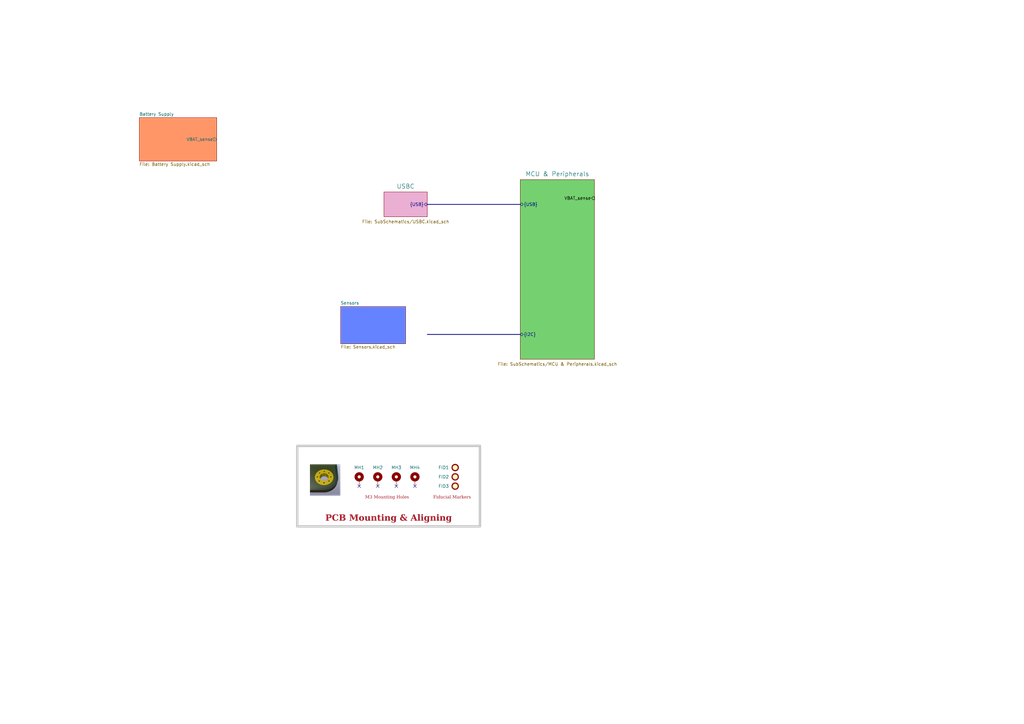
<source format=kicad_sch>
(kicad_sch (version 20250114) (generator "eeschema") (generator_version "9.0")
  (paper "A3")
  (lib_symbols
    (symbol "0_Peripherals:Fiducial" (in_bom no)
      (property "Reference" "FID" (at 0 5.08 0))
      (property "Value" "Fiducial" (at 0 3.175 0))
      (symbol "Fiducial_0_1"
        (circle (center 0 0) (radius 1.27) (stroke (width 0.508)) (fill (type background)))
      )
    )
    (symbol "0_Peripherals:MountingHole_Pad" (pin_numbers (hide yes)) (pin_names (offset 1.016) (hide yes)) (in_bom no)
      (property "Reference" "H" (at 0 6.35 0))
      (property "Value" "MountingHole_Pad" (at 0 4.445 0))
      (symbol "MountingHole_Pad_0_1"
        (circle (center 0 1.27) (radius 1.27) (stroke (width 1.27)))
      )
      (symbol "MountingHole_Pad_1_1"
        (pin input line (at 0 -2.54 90) (length 2.54) (name "1") (number "1"))
      )
    )
  )
  (rectangle (start 121.92 182.88) (end 196.85 215.9) (stroke (width 1) (color 200 200 200 1)))
  (text "Fiducial Markers" (at 185.42 204.47 0) (effects (font (size 1.27 1.27))))
  (text "M3 Mounting Holes" (at 158.75 204.47 0) (effects (font (size 1.27 1.27))))
  (text_box "PCB Mounting & Aligning" (at 121.92 206.375 0) (size 74.93 9.525) (margins 1.9049 1.9049 1.9049 1.9049) (stroke (width -0.0001)) (effects (font (size 2.54 2.54) (thickness 0.508) (bold yes)) (justify bottom)))
  (no_connect (at 162.56 199.39))
  (no_connect (at 154.94 199.39))
  (no_connect (at 170.18 199.39))
  (no_connect (at 147.32 199.39))
  (bus (pts (xy 175.26 137.16) (xy 213.36 137.16)))
  (bus (pts (xy 175.26 83.82) (xy 213.36 83.82)))
  (image (at 133.35 196.85) (scale 0.400492))
  (symbol (lib_id "0_Peripherals:MountingHole_Pad") (at 162.56 196.85 0) (unit 1) (in_bom no)
    (property "Reference" "MH3" (at 162.56 191.77 0))
    (property "Value" "M3_MountingHole_Pad" (effects (hide yes)))
    (property "Footprint" "0_Mechanical:MountingHole_3.2mm_M3_Pad_Via" (effects (hide yes)))
    (property "Description" "Mounting Hole with connection" (effects (hide yes)))
  )
  (symbol (lib_id "0_Peripherals:Fiducial") (at 186.69 191.77 0) (mirror y) (unit 1) (in_bom no)
    (property "Reference" "FID1" (at 184.15 191.77 0) (effects (justify left)))
    (property "Value" "Fiducial Marker" (effects (hide yes)))
    (property "Footprint" "0_Mechanical:Fiducial_1mm_Mask2mm" (effects (hide yes)))
    (property "Description" "Fiducial Marker" (effects (hide yes)))
  )
  (symbol (lib_id "0_Peripherals:Fiducial") (at 186.69 199.39 0) (mirror y) (unit 1) (in_bom no)
    (property "Reference" "FID3" (at 184.15 199.39 0) (effects (justify left)))
    (property "Value" "Fiducial Marker" (effects (hide yes)))
    (property "Footprint" "0_Mechanical:Fiducial_1mm_Mask2mm" (effects (hide yes)))
    (property "Description" "Fiducial Marker" (effects (hide yes)))
  )
  (symbol (lib_id "0_Peripherals:MountingHole_Pad") (at 170.18 196.85 0) (unit 1) (in_bom no)
    (property "Reference" "MH4" (at 170.18 191.77 0))
    (property "Value" "M3_MountingHole_Pad" (effects (hide yes)))
    (property "Footprint" "0_Mechanical:MountingHole_3.2mm_M3_Pad_Via" (effects (hide yes)))
    (property "Description" "Mounting Hole with connection" (effects (hide yes)))
  )
  (symbol (lib_id "0_Peripherals:MountingHole_Pad") (at 147.32 196.85 0) (unit 1) (in_bom no)
    (property "Reference" "MH1" (at 147.32 191.77 0))
    (property "Value" "M3_MountingHole_Pad" (effects (hide yes)))
    (property "Footprint" "0_Mechanical:MountingHole_3.2mm_M3_Pad_Via" (effects (hide yes)))
    (property "Description" "Mounting Hole with connection" (effects (hide yes)))
  )
  (symbol (lib_id "0_Peripherals:Fiducial") (at 186.69 195.58 0) (mirror y) (unit 1) (in_bom no)
    (property "Reference" "FID2" (at 184.15 195.58 0) (effects (justify left)))
    (property "Value" "Fiducial Marker" (effects (hide yes)))
    (property "Footprint" "0_Mechanical:Fiducial_1mm_Mask2mm" (effects (hide yes)))
    (property "Description" "Fiducial Marker" (effects (hide yes)))
  )
  (symbol (lib_id "0_Peripherals:MountingHole_Pad") (at 154.94 196.85 0) (unit 1) (in_bom no)
    (property "Reference" "MH2" (at 154.94 191.77 0))
    (property "Value" "M3_MountingHole_Pad" (effects (hide yes)))
    (property "Footprint" "0_Mechanical:MountingHole_3.2mm_M3_Pad_Via" (effects (hide yes)))
    (property "Description" "Mounting Hole with connection" (effects (hide yes)))
  )
  (sheet (at 139.7 125.73) (size 26.67 15.24) (stroke (width 0.1524)) (fill (color 101 130 255 1.0000))
    (property "Sheetname" "Sensors" (at 139.7 125.0184 0) (effects (justify left bottom)))
    (property "Sheetfile" "Sensors.kicad_sch" (at 139.7 141.5546 0) (effects (justify left top)))
  )
  (sheet (at 157.48 78.74) (size 17.78 10.16) (stroke (width 0.1524)) (fill (color 226 142 194 0.7000))
    (property "Sheetname" "USBC" (at 166.37 77.47 0) (effects (font (size 1.8 1.8)) (justify bottom)))
    (property "Sheetfile" "SubSchematics/USBC.kicad_sch" (at 166.37 90.17 0) (effects (justify top)))
    (pin "{USB}" bidirectional (at 175.26 83.82 0))
  )
  (sheet (at 213.36 73.66) (size 30.48 73.66) (stroke (width 0.1524)) (fill (color 26 179 18 0.6000))
    (property "Sheetname" "MCU & Peripherals" (at 228.6 72.39 0) (effects (font (size 1.8 1.8)) (justify bottom)))
    (property "Sheetfile" "SubSchematics/MCU & Peripherals.kicad_sch" (at 228.6 148.59 0) (effects (justify top)))
    (pin "{I2C}" bidirectional (at 213.36 137.16 180))
    (pin "{USB}" bidirectional (at 213.36 83.82 180))
    (pin "VBAT_sense" input (at 243.84 81.28 0))
  )
  (sheet (at 57.15 48.26) (size 31.75 17.78) (stroke (width 0.1524)) (fill (color 255 150 104 1.0000))
    (property "Sheetname" "Battery Supply" (at 57.15 47.5484 0) (effects (justify left bottom)))
    (property "Sheetfile" "Battery Supply.kicad_sch" (at 57.15 66.6246 0) (effects (justify left top)))
    (pin "VBAT_sense" output (at 88.9 57.15 0))
  )
)
</source>
